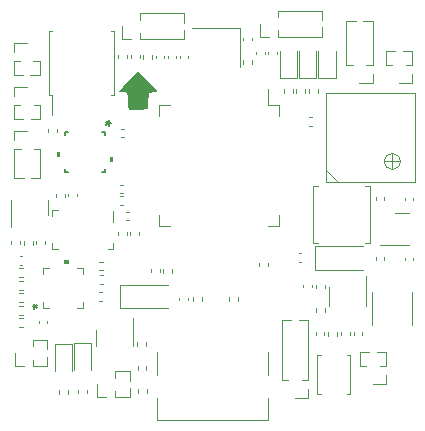
<source format=gbr>
%TF.GenerationSoftware,KiCad,Pcbnew,7.0.9*%
%TF.CreationDate,2024-03-28T09:14:24+03:00*%
%TF.ProjectId,MicroFlightController-v2,4d696372-6f46-46c6-9967-6874436f6e74,rev?*%
%TF.SameCoordinates,Original*%
%TF.FileFunction,Legend,Top*%
%TF.FilePolarity,Positive*%
%FSLAX46Y46*%
G04 Gerber Fmt 4.6, Leading zero omitted, Abs format (unit mm)*
G04 Created by KiCad (PCBNEW 7.0.9) date 2024-03-28 09:14:24*
%MOMM*%
%LPD*%
G01*
G04 APERTURE LIST*
%ADD10C,0.150000*%
%ADD11C,0.120000*%
%ADD12C,0.100000*%
%ADD13C,0.152400*%
G04 APERTURE END LIST*
D10*
X133172295Y-106710000D02*
X133362771Y-106710000D01*
X133286580Y-106900476D02*
X133362771Y-106710000D01*
X133362771Y-106710000D02*
X133286580Y-106519523D01*
X133515152Y-106824285D02*
X133362771Y-106710000D01*
X133362771Y-106710000D02*
X133515152Y-106595714D01*
X139765180Y-91210000D02*
X139527085Y-91210000D01*
X139622323Y-90971905D02*
X139527085Y-91210000D01*
X139527085Y-91210000D02*
X139622323Y-91448095D01*
X139336609Y-91067143D02*
X139527085Y-91210000D01*
X139527085Y-91210000D02*
X139336609Y-91352857D01*
D11*
%TO.C,J8*%
X161935000Y-87835000D02*
X160825000Y-87835000D01*
X161935000Y-87075000D02*
X161935000Y-87835000D01*
X161935000Y-86315000D02*
X161935000Y-82570000D01*
X161935000Y-86315000D02*
X161388471Y-86315000D01*
X161935000Y-82570000D02*
X161132530Y-82570000D01*
X160517470Y-82570000D02*
X159715000Y-82570000D01*
X160261529Y-86315000D02*
X159715000Y-86315000D01*
X159715000Y-86315000D02*
X159715000Y-82570000D01*
%TO.C,U7*%
X134023199Y-106878600D02*
X134515258Y-106878600D01*
X136934740Y-106878600D02*
X137426799Y-106878600D01*
X137426799Y-106878600D02*
X137426799Y-106386541D01*
X134023199Y-106386541D02*
X134023199Y-106878600D01*
X137426799Y-103967059D02*
X137426799Y-103475000D01*
X134023199Y-103475000D02*
X134023199Y-103967059D01*
X134515258Y-103475000D02*
X134023199Y-103475000D01*
X137426799Y-103475000D02*
X136934740Y-103475000D01*
D12*
X136165499Y-103043200D02*
X135784498Y-103043200D01*
X135784498Y-102789200D01*
X136165499Y-102789200D01*
X136165499Y-103043200D01*
G36*
X136165499Y-103043200D02*
G01*
X135784498Y-103043200D01*
X135784498Y-102789200D01*
X136165499Y-102789200D01*
X136165499Y-103043200D01*
G37*
D11*
%TO.C,C25*%
X164660000Y-97737836D02*
X164660000Y-97522164D01*
X165380000Y-97737836D02*
X165380000Y-97522164D01*
%TO.C,D1*%
X140590000Y-104875000D02*
X140590000Y-106875000D01*
X140590000Y-104875000D02*
X144600000Y-104875000D01*
X140590000Y-106875000D02*
X144600000Y-106875000D01*
%TO.C,R29*%
X155205000Y-88331359D02*
X155205000Y-88638641D01*
X154445000Y-88331359D02*
X154445000Y-88638641D01*
%TO.C,G\u002A\u002A\u002A*%
G36*
X142913300Y-87599015D02*
G01*
X143270934Y-87963460D01*
X143548418Y-88265244D01*
X143705630Y-88459792D01*
X143726601Y-88502543D01*
X143617906Y-88571442D01*
X143357476Y-88600000D01*
X143149244Y-88612678D01*
X143035029Y-88690803D01*
X142980839Y-88894509D01*
X142952687Y-89283933D01*
X142950825Y-89319458D01*
X142913300Y-90038916D01*
X142157426Y-90075489D01*
X141742116Y-90081270D01*
X141432559Y-90059100D01*
X141312845Y-90023354D01*
X141262973Y-89857247D01*
X141230793Y-89526908D01*
X141224138Y-89267323D01*
X141217269Y-88881485D01*
X141173212Y-88683345D01*
X141056786Y-88610365D01*
X140848768Y-88600000D01*
X140585100Y-88571743D01*
X140473424Y-88503670D01*
X140473399Y-88502543D01*
X140556772Y-88377056D01*
X140780143Y-88122420D01*
X141103388Y-87783209D01*
X141286699Y-87599015D01*
X142100000Y-86792943D01*
X142913300Y-87599015D01*
G37*
%TO.C,C2*%
X146285000Y-105967164D02*
X146285000Y-106182836D01*
X145565000Y-105967164D02*
X145565000Y-106182836D01*
%TO.C,R12*%
X142020000Y-110083641D02*
X142020000Y-109776359D01*
X142780000Y-110083641D02*
X142780000Y-109776359D01*
%TO.C,R4*%
X149760000Y-106233641D02*
X149760000Y-105926359D01*
X150520000Y-106233641D02*
X150520000Y-105926359D01*
%TO.C,SW1*%
X157240000Y-114110000D02*
X157240000Y-110810000D01*
X157540000Y-114110000D02*
X157240000Y-114110000D01*
X159740000Y-114110000D02*
X160040000Y-114110000D01*
X160040000Y-114110000D02*
X160040000Y-110810000D01*
X157240000Y-110810000D02*
X157540000Y-110810000D01*
X160040000Y-110810000D02*
X159740000Y-110810000D01*
%TO.C,R18*%
X138806359Y-102920000D02*
X139113641Y-102920000D01*
X138806359Y-103680000D02*
X139113641Y-103680000D01*
%TO.C,R3*%
X158950000Y-108886359D02*
X158950000Y-109193641D01*
X158190000Y-108886359D02*
X158190000Y-109193641D01*
%TO.C,R27*%
X133445000Y-101478641D02*
X133445000Y-101171359D01*
X134205000Y-101478641D02*
X134205000Y-101171359D01*
%TO.C,C5*%
X140662164Y-91660000D02*
X140877836Y-91660000D01*
X140662164Y-92380000D02*
X140877836Y-92380000D01*
%TO.C,C7*%
X145615000Y-85727836D02*
X145615000Y-85512164D01*
X146335000Y-85727836D02*
X146335000Y-85512164D01*
%TO.C,D2*%
X157092500Y-101640000D02*
X157092500Y-103640000D01*
X157092500Y-101640000D02*
X161102500Y-101640000D01*
X157092500Y-103640000D02*
X161102500Y-103640000D01*
%TO.C,J7*%
X152415000Y-83900000D02*
X152415000Y-82790000D01*
X153175000Y-83900000D02*
X152415000Y-83900000D01*
X153935000Y-83900000D02*
X157680000Y-83900000D01*
X153935000Y-83900000D02*
X153935000Y-83353471D01*
X157680000Y-83900000D02*
X157680000Y-83097530D01*
X157680000Y-82482470D02*
X157680000Y-81680000D01*
X153935000Y-82226529D02*
X153935000Y-81680000D01*
X153935000Y-81680000D02*
X157680000Y-81680000D01*
%TO.C,C8*%
X152340000Y-103272836D02*
X152340000Y-103057164D01*
X153060000Y-103272836D02*
X153060000Y-103057164D01*
%TO.C,J1*%
X143690000Y-110540000D02*
X143690000Y-112540000D01*
X143690000Y-114440000D02*
X143690000Y-116340000D01*
X143690000Y-116340000D02*
X153090000Y-116340000D01*
X153090000Y-110540000D02*
X153090000Y-112540000D01*
X153090000Y-114440000D02*
X153090000Y-116340000D01*
%TO.C,R15*%
X157130000Y-105183641D02*
X157130000Y-104876359D01*
X157890000Y-105183641D02*
X157890000Y-104876359D01*
%TO.C,R8*%
X142180000Y-100381359D02*
X142180000Y-100688641D01*
X141420000Y-100381359D02*
X141420000Y-100688641D01*
%TO.C,C17*%
X135220000Y-91742164D02*
X135220000Y-91957836D01*
X134500000Y-91742164D02*
X134500000Y-91957836D01*
%TO.C,C3*%
X157150000Y-109137836D02*
X157150000Y-108922164D01*
X157870000Y-109137836D02*
X157870000Y-108922164D01*
%TO.C,C10*%
X153835000Y-85172164D02*
X153835000Y-85387836D01*
X153115000Y-85172164D02*
X153115000Y-85387836D01*
%TO.C,U4*%
X134570000Y-88850000D02*
X134830000Y-88850000D01*
X134830000Y-88850000D02*
X134830000Y-90525000D01*
X140020000Y-88850000D02*
X139760000Y-88850000D01*
X134570000Y-86125000D02*
X134570000Y-88850000D01*
X134570000Y-86125000D02*
X134570000Y-83400000D01*
X140020000Y-86125000D02*
X140020000Y-88850000D01*
X140020000Y-86125000D02*
X140020000Y-83400000D01*
X134570000Y-83400000D02*
X134830000Y-83400000D01*
X140020000Y-83400000D02*
X139760000Y-83400000D01*
%TO.C,C19*%
X141135000Y-85467164D02*
X141135000Y-85682836D01*
X140415000Y-85467164D02*
X140415000Y-85682836D01*
%TO.C,R19*%
X132303641Y-106355000D02*
X131996359Y-106355000D01*
X132303641Y-105595000D02*
X131996359Y-105595000D01*
%TO.C,R16*%
X138846359Y-104045000D02*
X139153641Y-104045000D01*
X138846359Y-104805000D02*
X139153641Y-104805000D01*
%TO.C,U1*%
X154060000Y-89680000D02*
X153110000Y-89680000D01*
X153110000Y-89680000D02*
X153110000Y-88340000D01*
X143840000Y-89680000D02*
X144790000Y-89680000D01*
X154060000Y-90630000D02*
X154060000Y-89680000D01*
X143840000Y-90630000D02*
X143840000Y-89680000D01*
X154060000Y-98950000D02*
X154060000Y-99900000D01*
X143840000Y-98950000D02*
X143840000Y-99900000D01*
X154060000Y-99900000D02*
X153110000Y-99900000D01*
X143840000Y-99900000D02*
X144790000Y-99900000D01*
%TO.C,C29*%
X132282836Y-103185000D02*
X132067164Y-103185000D01*
X132282836Y-102465000D02*
X132067164Y-102465000D01*
%TO.C,R20*%
X131996359Y-106670000D02*
X132303641Y-106670000D01*
X131996359Y-107430000D02*
X132303641Y-107430000D01*
%TO.C,J10*%
X163085000Y-113310000D02*
X161975000Y-113310000D01*
X163085000Y-112550000D02*
X163085000Y-113310000D01*
X163085000Y-111790000D02*
X163085000Y-110585000D01*
X163085000Y-111790000D02*
X162538471Y-111790000D01*
X163085000Y-110585000D02*
X162282530Y-110585000D01*
X161667470Y-110585000D02*
X160865000Y-110585000D01*
X161411529Y-111790000D02*
X160865000Y-111790000D01*
X160865000Y-111790000D02*
X160865000Y-110585000D01*
%TO.C,J6*%
X140705000Y-84110000D02*
X140705000Y-83000000D01*
X141465000Y-84110000D02*
X140705000Y-84110000D01*
X142225000Y-84110000D02*
X145970000Y-84110000D01*
X142225000Y-84110000D02*
X142225000Y-83563471D01*
X145970000Y-84110000D02*
X145970000Y-83307530D01*
X145970000Y-82692470D02*
X145970000Y-81890000D01*
X142225000Y-82436529D02*
X142225000Y-81890000D01*
X142225000Y-81890000D02*
X145970000Y-81890000D01*
%TO.C,R10*%
X142800000Y-111756359D02*
X142800000Y-112063641D01*
X142040000Y-111756359D02*
X142040000Y-112063641D01*
%TO.C,C16*%
X135140000Y-97432836D02*
X135140000Y-97217164D01*
X135860000Y-97432836D02*
X135860000Y-97217164D01*
%TO.C,Q1*%
X141640000Y-109407500D02*
X141640000Y-107732500D01*
X141640000Y-109407500D02*
X141640000Y-110057500D01*
X138520000Y-109407500D02*
X138520000Y-108757500D01*
X138520000Y-109407500D02*
X138520000Y-110057500D01*
%TO.C,L2*%
X161710000Y-96540000D02*
X161260000Y-96540000D01*
X161710000Y-96540000D02*
X161710000Y-101360000D01*
X156890000Y-96540000D02*
X157340000Y-96540000D01*
X156890000Y-96540000D02*
X156890000Y-101360000D01*
X161710000Y-101360000D02*
X161260000Y-101360000D01*
X156890000Y-101360000D02*
X157340000Y-101360000D01*
%TO.C,D5*%
X154090000Y-87347500D02*
X155560000Y-87347500D01*
X155560000Y-87347500D02*
X155560000Y-85062500D01*
X154090000Y-85062500D02*
X154090000Y-87347500D01*
%TO.C,U6*%
X162547500Y-101525000D02*
X165047500Y-101525000D01*
X163797500Y-98805000D02*
X165047500Y-98805000D01*
%TO.C,R14*%
X157890000Y-106886359D02*
X157890000Y-107193641D01*
X157130000Y-106886359D02*
X157130000Y-107193641D01*
%TO.C,L3*%
X161880000Y-108286252D02*
X161880000Y-105513748D01*
X165300000Y-108286252D02*
X165300000Y-105513748D01*
%TO.C,D7*%
X157340000Y-87347500D02*
X158810000Y-87347500D01*
X158810000Y-87347500D02*
X158810000Y-85062500D01*
X157340000Y-85062500D02*
X157340000Y-87347500D01*
%TO.C,R5*%
X144220000Y-103853641D02*
X144220000Y-103546359D01*
X144980000Y-103853641D02*
X144980000Y-103546359D01*
%TO.C,C4*%
X150990000Y-84187836D02*
X150990000Y-83972164D01*
X151710000Y-84187836D02*
X151710000Y-83972164D01*
%TO.C,R9*%
X141130000Y-100381359D02*
X141130000Y-100688641D01*
X140370000Y-100381359D02*
X140370000Y-100688641D01*
%TO.C,J3*%
X138650000Y-114430000D02*
X138650000Y-113320000D01*
X139410000Y-114430000D02*
X138650000Y-114430000D01*
X140170000Y-114430000D02*
X141375000Y-114430000D01*
X140170000Y-114430000D02*
X140170000Y-113883471D01*
X141375000Y-114430000D02*
X141375000Y-113627530D01*
X141375000Y-113012470D02*
X141375000Y-112210000D01*
X140170000Y-112756529D02*
X140170000Y-112210000D01*
X140170000Y-112210000D02*
X141375000Y-112210000D01*
%TO.C,C18*%
X141102164Y-98690000D02*
X141317836Y-98690000D01*
X141102164Y-99410000D02*
X141317836Y-99410000D01*
%TO.C,D4*%
X136505000Y-109865000D02*
X135035000Y-109865000D01*
X135035000Y-109865000D02*
X135035000Y-112150000D01*
X136505000Y-112150000D02*
X136505000Y-109865000D01*
D12*
%TO.C,U8*%
X159025000Y-96150000D02*
X158025000Y-95150000D01*
X162954180Y-94450000D02*
X164295820Y-94450000D01*
X163625000Y-93779180D02*
X163625000Y-95120820D01*
X158025000Y-96150000D02*
X165525000Y-96150000D01*
X165525000Y-96150000D02*
X165525000Y-88650000D01*
X165525000Y-88650000D02*
X158025000Y-88650000D01*
X158025000Y-88650000D02*
X158025000Y-96150000D01*
X164295820Y-94450000D02*
G75*
G03*
X164295820Y-94450000I-670820J0D01*
G01*
D11*
%TO.C,J2*%
X156490000Y-114440000D02*
X155380000Y-114440000D01*
X156490000Y-113680000D02*
X156490000Y-114440000D01*
X156490000Y-112920000D02*
X156490000Y-107905000D01*
X156490000Y-112920000D02*
X155943471Y-112920000D01*
X156490000Y-107905000D02*
X155687530Y-107905000D01*
X155072470Y-107905000D02*
X154270000Y-107905000D01*
X154816529Y-112920000D02*
X154270000Y-112920000D01*
X154270000Y-112920000D02*
X154270000Y-107905000D01*
%TO.C,C23*%
X156060000Y-105117836D02*
X156060000Y-104902164D01*
X156780000Y-105117836D02*
X156780000Y-104902164D01*
%TO.C,C9*%
X156787836Y-91440000D02*
X156572164Y-91440000D01*
X156787836Y-90720000D02*
X156572164Y-90720000D01*
%TO.C,R23*%
X136150000Y-113806359D02*
X136150000Y-114113641D01*
X135390000Y-113806359D02*
X135390000Y-114113641D01*
%TO.C,J5*%
X131565000Y-88145000D02*
X132675000Y-88145000D01*
X131565000Y-88905000D02*
X131565000Y-88145000D01*
X131565000Y-89665000D02*
X131565000Y-90870000D01*
X131565000Y-89665000D02*
X132111529Y-89665000D01*
X131565000Y-90870000D02*
X132367470Y-90870000D01*
X132982530Y-90870000D02*
X133785000Y-90870000D01*
X133238471Y-89665000D02*
X133785000Y-89665000D01*
X133785000Y-89665000D02*
X133785000Y-90870000D01*
%TO.C,C21*%
X162950000Y-102572164D02*
X162950000Y-102787836D01*
X162230000Y-102572164D02*
X162230000Y-102787836D01*
%TO.C,R31*%
X157280000Y-88311359D02*
X157280000Y-88618641D01*
X156520000Y-88311359D02*
X156520000Y-88618641D01*
%TO.C,D6*%
X155715000Y-87347500D02*
X157185000Y-87347500D01*
X157185000Y-87347500D02*
X157185000Y-85062500D01*
X155715000Y-85062500D02*
X155715000Y-87347500D01*
%TO.C,J9*%
X131690000Y-111785000D02*
X131690000Y-110675000D01*
X132450000Y-111785000D02*
X131690000Y-111785000D01*
X133210000Y-111785000D02*
X134415000Y-111785000D01*
X133210000Y-111785000D02*
X133210000Y-111238471D01*
X134415000Y-111785000D02*
X134415000Y-110982530D01*
X134415000Y-110367470D02*
X134415000Y-109565000D01*
X133210000Y-110111529D02*
X133210000Y-109565000D01*
X133210000Y-109565000D02*
X134415000Y-109565000D01*
%TO.C,R26*%
X132420000Y-101488641D02*
X132420000Y-101181359D01*
X133180000Y-101488641D02*
X133180000Y-101181359D01*
%TO.C,R17*%
X132343641Y-104230000D02*
X132036359Y-104230000D01*
X132343641Y-103470000D02*
X132036359Y-103470000D01*
%TO.C,R22*%
X137790000Y-113776359D02*
X137790000Y-114083641D01*
X137030000Y-113776359D02*
X137030000Y-114083641D01*
%TO.C,R11*%
X142820000Y-113746359D02*
X142820000Y-114053641D01*
X142060000Y-113746359D02*
X142060000Y-114053641D01*
%TO.C,C6*%
X140597164Y-97415000D02*
X140812836Y-97415000D01*
X140597164Y-98135000D02*
X140812836Y-98135000D01*
%TO.C,J11*%
X131550000Y-84440000D02*
X132660000Y-84440000D01*
X131550000Y-85200000D02*
X131550000Y-84440000D01*
X131550000Y-85960000D02*
X131550000Y-87165000D01*
X131550000Y-85960000D02*
X132096529Y-85960000D01*
X131550000Y-87165000D02*
X132352470Y-87165000D01*
X132967530Y-87165000D02*
X133770000Y-87165000D01*
X133223471Y-85960000D02*
X133770000Y-85960000D01*
X133770000Y-85960000D02*
X133770000Y-87165000D01*
%TO.C,R6*%
X143920000Y-103536359D02*
X143920000Y-103843641D01*
X143160000Y-103536359D02*
X143160000Y-103843641D01*
%TO.C,C13*%
X145310000Y-85512164D02*
X145310000Y-85727836D01*
X144590000Y-85512164D02*
X144590000Y-85727836D01*
%TO.C,C20*%
X161050000Y-108902164D02*
X161050000Y-109117836D01*
X160330000Y-108902164D02*
X160330000Y-109117836D01*
%TO.C,R24*%
X132130000Y-101156359D02*
X132130000Y-101463641D01*
X131370000Y-101156359D02*
X131370000Y-101463641D01*
%TO.C,C28*%
X134385000Y-107947164D02*
X134385000Y-108162836D01*
X133665000Y-107947164D02*
X133665000Y-108162836D01*
%TO.C,R2*%
X146760000Y-106233641D02*
X146760000Y-105926359D01*
X147520000Y-106233641D02*
X147520000Y-105926359D01*
%TO.C,J4*%
X131590000Y-91850000D02*
X132700000Y-91850000D01*
X131590000Y-92610000D02*
X131590000Y-91850000D01*
X131590000Y-93370000D02*
X131590000Y-95845000D01*
X131590000Y-93370000D02*
X132136529Y-93370000D01*
X131590000Y-95845000D02*
X132392470Y-95845000D01*
X133007530Y-95845000D02*
X133810000Y-95845000D01*
X133263471Y-93370000D02*
X133810000Y-93370000D01*
X133810000Y-93370000D02*
X133810000Y-95845000D01*
%TO.C,C24*%
X162210000Y-97677836D02*
X162210000Y-97462164D01*
X162930000Y-97677836D02*
X162930000Y-97462164D01*
%TO.C,C26*%
X155672164Y-102240000D02*
X155887836Y-102240000D01*
X155672164Y-102960000D02*
X155887836Y-102960000D01*
%TO.C,C1*%
X142215000Y-85467164D02*
X142215000Y-85682836D01*
X141495000Y-85467164D02*
X141495000Y-85682836D01*
D13*
%TO.C,U9*%
X139246400Y-91993600D02*
X139004341Y-91993600D01*
X136135659Y-91993600D02*
X135893600Y-91993600D01*
X135893600Y-91993600D02*
X135893600Y-92235659D01*
X139246400Y-92235659D02*
X139246400Y-91993600D01*
X135893600Y-95104341D02*
X135893600Y-95346400D01*
X139246400Y-95346400D02*
X139246400Y-95104341D01*
X139004341Y-95346400D02*
X139246400Y-95346400D01*
X135893600Y-95346400D02*
X136135659Y-95346400D01*
G36*
X135461800Y-94060500D02*
G01*
X135207800Y-94060500D01*
X135207800Y-93679500D01*
X135461800Y-93679500D01*
X135461800Y-94060500D01*
G37*
G36*
X139932200Y-94460499D02*
G01*
X139678200Y-94460499D01*
X139678200Y-94079499D01*
X139932200Y-94079499D01*
X139932200Y-94460499D01*
G37*
D11*
%TO.C,Y1*%
X150675000Y-86475000D02*
X150675000Y-83175000D01*
X150675000Y-83175000D02*
X146675000Y-83175000D01*
%TO.C,C14*%
X144285000Y-85507164D02*
X144285000Y-85722836D01*
X143565000Y-85507164D02*
X143565000Y-85722836D01*
%TO.C,R7*%
X150970000Y-86163641D02*
X150970000Y-85856359D01*
X151730000Y-86163641D02*
X151730000Y-85856359D01*
%TO.C,D3*%
X138135000Y-109857500D02*
X136665000Y-109857500D01*
X136665000Y-109857500D02*
X136665000Y-112142500D01*
X138135000Y-112142500D02*
X138135000Y-109857500D01*
%TO.C,C15*%
X136190000Y-97407836D02*
X136190000Y-97192164D01*
X136910000Y-97407836D02*
X136910000Y-97192164D01*
%TO.C,C27*%
X138817164Y-105540000D02*
X139032836Y-105540000D01*
X138817164Y-106260000D02*
X139032836Y-106260000D01*
%TO.C,R1*%
X142505000Y-85748641D02*
X142505000Y-85441359D01*
X143265000Y-85748641D02*
X143265000Y-85441359D01*
%TO.C,J12*%
X165285000Y-87810000D02*
X164175000Y-87810000D01*
X165285000Y-87050000D02*
X165285000Y-87810000D01*
X165285000Y-86290000D02*
X165285000Y-85085000D01*
X165285000Y-86290000D02*
X164738471Y-86290000D01*
X165285000Y-85085000D02*
X164482530Y-85085000D01*
X163867470Y-85085000D02*
X163065000Y-85085000D01*
X163611529Y-86290000D02*
X163065000Y-86290000D01*
X163065000Y-86290000D02*
X163065000Y-85085000D01*
%TO.C,C12*%
X152810000Y-85172164D02*
X152810000Y-85387836D01*
X152090000Y-85172164D02*
X152090000Y-85387836D01*
%TO.C,C11*%
X140807836Y-97135000D02*
X140592164Y-97135000D01*
X140807836Y-96415000D02*
X140592164Y-96415000D01*
%TO.C,R13*%
X160010000Y-108876359D02*
X160010000Y-109183641D01*
X159250000Y-108876359D02*
X159250000Y-109183641D01*
%TO.C,U5*%
X161350000Y-105920000D02*
X161350000Y-104120000D01*
X161350000Y-105920000D02*
X161350000Y-106720000D01*
X158230000Y-105920000D02*
X158230000Y-105120000D01*
X158230000Y-105920000D02*
X158230000Y-106720000D01*
%TO.C,R21*%
X132313641Y-108480000D02*
X132006359Y-108480000D01*
X132313641Y-107720000D02*
X132006359Y-107720000D01*
%TO.C,R25*%
X132021359Y-104545000D02*
X132328641Y-104545000D01*
X132021359Y-105305000D02*
X132328641Y-105305000D01*
%TO.C,U3*%
X134800000Y-98525000D02*
X135300000Y-98525000D01*
X140000000Y-98625000D02*
X140000000Y-99575000D01*
X134800000Y-99025000D02*
X134800000Y-98525000D01*
X140000000Y-101325000D02*
X140000000Y-101825000D01*
X140000000Y-101825000D02*
X139500000Y-101825000D01*
X135300000Y-101825000D02*
X134800000Y-101825000D01*
X134800000Y-101825000D02*
X134800000Y-101325000D01*
%TO.C,C22*%
X164660000Y-102797836D02*
X164660000Y-102582164D01*
X165380000Y-102797836D02*
X165380000Y-102582164D01*
%TO.C,Q2*%
X131315000Y-98337500D02*
X131315000Y-100012500D01*
X131315000Y-98337500D02*
X131315000Y-97687500D01*
X134435000Y-98337500D02*
X134435000Y-98987500D01*
X134435000Y-98337500D02*
X134435000Y-97687500D01*
%TO.C,R30*%
X156255000Y-88331359D02*
X156255000Y-88638641D01*
X155495000Y-88331359D02*
X155495000Y-88638641D01*
%TD*%
M02*

</source>
